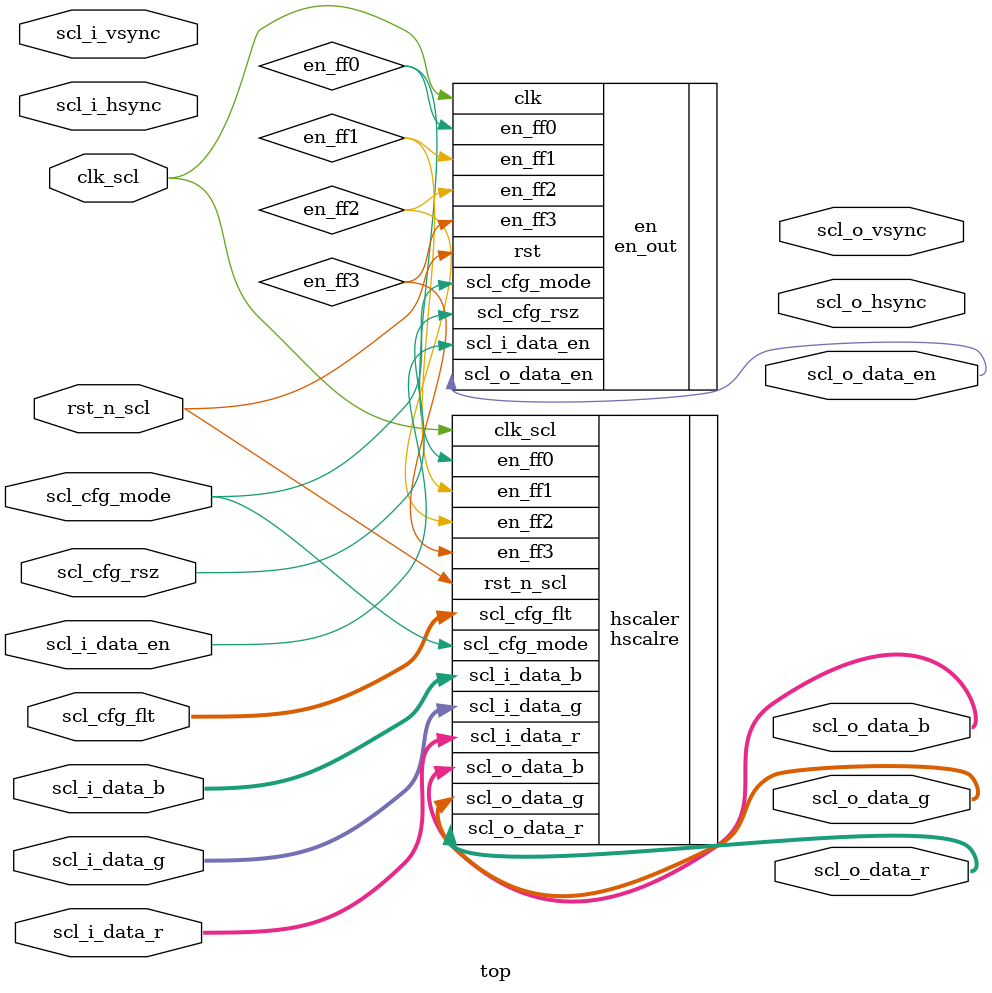
<source format=v>
module top (rst_n_scl,clk_scl,scl_i_vsync,scl_i_hsync,scl_i_data_en,scl_i_data_r,
    scl_i_data_g,scl_i_data_b,scl_cfg_mode,scl_cfg_rsz,scl_cfg_flt,scl_o_vsync,scl_o_hsync,
    scl_o_data_en,scl_o_data_r,scl_o_data_g,scl_o_data_b);

input rst_n_scl,clk_scl;
input scl_i_data_en,scl_cfg_mode,scl_cfg_rsz;
input [1:0] scl_cfg_flt;
input scl_i_vsync;
input scl_i_hsync;
input[7:0]scl_i_data_r;
input[7:0]scl_i_data_g;
input[7:0]scl_i_data_b;
output[7:0]scl_o_data_r;
output[7:0]scl_o_data_g;
output[7:0]scl_o_data_b;
output scl_o_data_en;
output scl_o_vsync,scl_o_hsync;




hscalre hscaler(
    .rst_n_scl(rst_n_scl),
    .clk_scl(clk_scl),
    .en_ff0(en_ff0),
    .en_ff1(en_ff1),
    .en_ff2(en_ff2),
    .en_ff3(en_ff3),
    .scl_i_data_r(scl_i_data_r),
    .scl_i_data_g(scl_i_data_g),
    .scl_i_data_b(scl_i_data_b),
    .scl_cfg_mode(scl_cfg_mode),
    .scl_cfg_flt(scl_cfg_flt),
    .scl_o_data_r(scl_o_data_r),
    .scl_o_data_g(scl_o_data_g),
    .scl_o_data_b(scl_o_data_b)
);

en_out en(
    .rst(rst_n_scl),
    .clk(clk_scl),
    .en_ff0(en_ff0),
    .en_ff1(en_ff1),
    .en_ff2(en_ff2),
    .en_ff3(en_ff3),
    .scl_i_data_en(scl_i_data_en),
    .scl_cfg_mode(scl_cfg_mode),
    .scl_cfg_rsz(scl_cfg_rsz),
    .scl_o_data_en(scl_o_data_en)
);
endmodule
</source>
